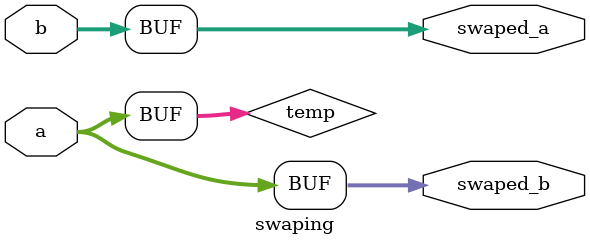
<source format=v>
module swaping(
  input  [7:0]a,b,
  output reg [7:0]swaped_a,swaped_b);
  reg [7:0]temp;
  always @(*)
  begin
    temp=a;
    swaped_a=b;
    swaped_b=temp;
  end
endmodule

</source>
